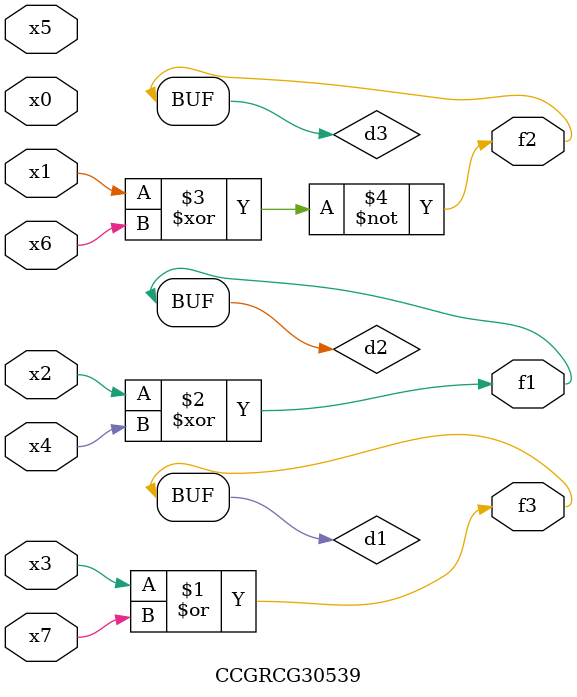
<source format=v>
module CCGRCG30539(
	input x0, x1, x2, x3, x4, x5, x6, x7,
	output f1, f2, f3
);

	wire d1, d2, d3;

	or (d1, x3, x7);
	xor (d2, x2, x4);
	xnor (d3, x1, x6);
	assign f1 = d2;
	assign f2 = d3;
	assign f3 = d1;
endmodule

</source>
